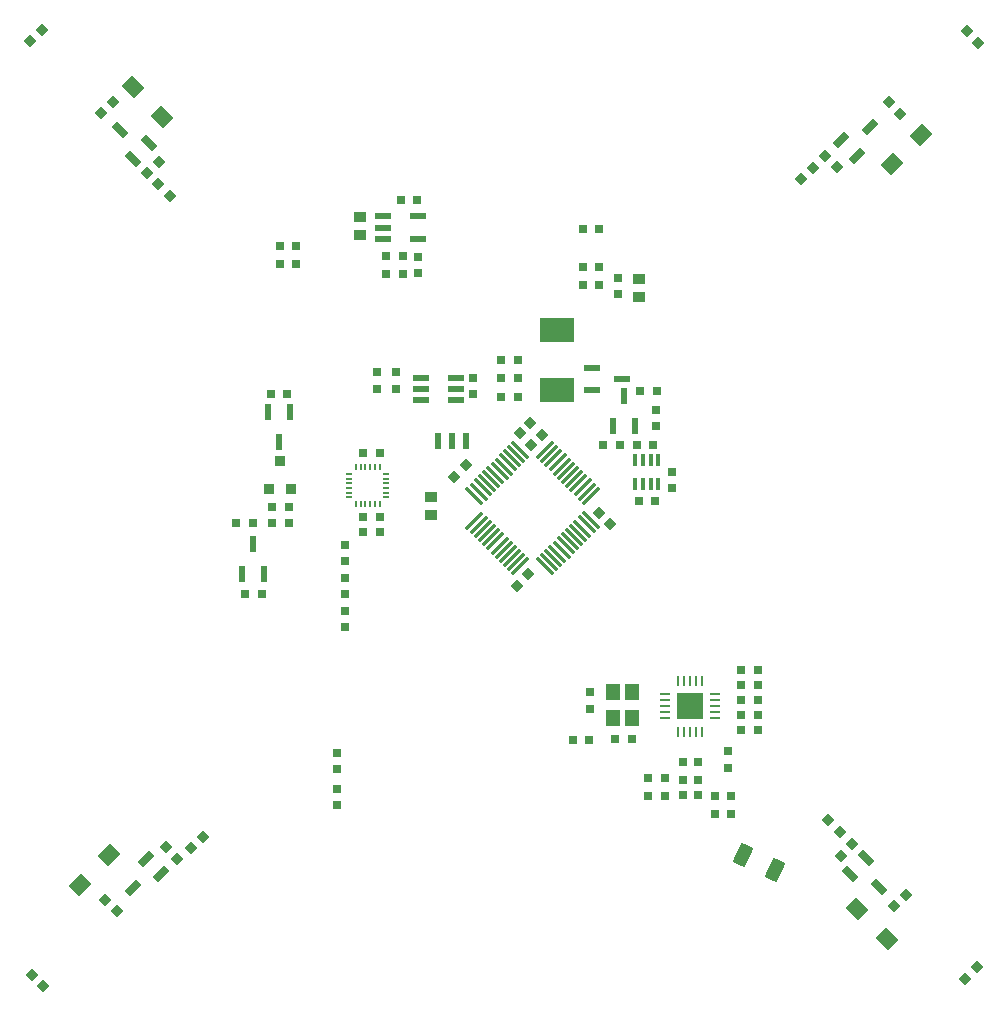
<source format=gtp>
G04 Layer_Color=8421504*
%FSLAX25Y25*%
%MOIN*%
G70*
G01*
G75*
%ADD14R,0.03000X0.03000*%
%ADD15R,0.03000X0.03000*%
%ADD16P,0.04243X4X180.0*%
%ADD17R,0.01378X0.03937*%
%ADD18R,0.01378X0.03937*%
%ADD19R,0.02362X0.05512*%
%ADD20R,0.05512X0.02362*%
%ADD21R,0.05512X0.02165*%
G04:AMPARAMS|DCode=22|XSize=11.81mil|YSize=82.68mil|CornerRadius=0mil|HoleSize=0mil|Usage=FLASHONLY|Rotation=315.000|XOffset=0mil|YOffset=0mil|HoleType=Round|Shape=Round|*
%AMOVALD22*
21,1,0.07087,0.01181,0.00000,0.00000,45.0*
1,1,0.01181,-0.02506,-0.02506*
1,1,0.01181,0.02506,0.02506*
%
%ADD22OVALD22*%

G04:AMPARAMS|DCode=23|XSize=11.81mil|YSize=82.68mil|CornerRadius=0mil|HoleSize=0mil|Usage=FLASHONLY|Rotation=45.000|XOffset=0mil|YOffset=0mil|HoleType=Round|Shape=Round|*
%AMOVALD23*
21,1,0.07087,0.01181,0.00000,0.00000,135.0*
1,1,0.01181,0.02506,-0.02506*
1,1,0.01181,-0.02506,0.02506*
%
%ADD23OVALD23*%

%ADD24R,0.02362X0.05709*%
%ADD25O,0.00800X0.02400*%
%ADD26O,0.02400X0.00800*%
G04:AMPARAMS|DCode=27|XSize=59.06mil|YSize=51.18mil|CornerRadius=0mil|HoleSize=0mil|Usage=FLASHONLY|Rotation=225.000|XOffset=0mil|YOffset=0mil|HoleType=Round|Shape=Rectangle|*
%AMROTATEDRECTD27*
4,1,4,0.00278,0.03897,0.03897,0.00278,-0.00278,-0.03897,-0.03897,-0.00278,0.00278,0.03897,0.0*
%
%ADD27ROTATEDRECTD27*%

G04:AMPARAMS|DCode=28|XSize=23.62mil|YSize=55.12mil|CornerRadius=0mil|HoleSize=0mil|Usage=FLASHONLY|Rotation=315.000|XOffset=0mil|YOffset=0mil|HoleType=Round|Shape=Rectangle|*
%AMROTATEDRECTD28*
4,1,4,-0.02784,-0.01114,0.01114,0.02784,0.02784,0.01114,-0.01114,-0.02784,-0.02784,-0.01114,0.0*
%
%ADD28ROTATEDRECTD28*%

%ADD29P,0.04243X4X90.0*%
%ADD30R,0.03543X0.03740*%
%ADD31R,0.03543X0.03740*%
%ADD32R,0.03858X0.03661*%
%ADD33R,0.11811X0.07874*%
G04:AMPARAMS|DCode=34|XSize=23.62mil|YSize=55.12mil|CornerRadius=0mil|HoleSize=0mil|Usage=FLASHONLY|Rotation=225.000|XOffset=0mil|YOffset=0mil|HoleType=Round|Shape=Rectangle|*
%AMROTATEDRECTD34*
4,1,4,-0.01114,0.02784,0.02784,-0.01114,0.01114,-0.02784,-0.02784,0.01114,-0.01114,0.02784,0.0*
%
%ADD34ROTATEDRECTD34*%

G04:AMPARAMS|DCode=35|XSize=59.06mil|YSize=51.18mil|CornerRadius=0mil|HoleSize=0mil|Usage=FLASHONLY|Rotation=315.000|XOffset=0mil|YOffset=0mil|HoleType=Round|Shape=Rectangle|*
%AMROTATEDRECTD35*
4,1,4,-0.03897,0.00278,-0.00278,0.03897,0.03897,-0.00278,0.00278,-0.03897,-0.03897,0.00278,0.0*
%
%ADD35ROTATEDRECTD35*%

G04:AMPARAMS|DCode=36|XSize=44.49mil|YSize=70.87mil|CornerRadius=0mil|HoleSize=0mil|Usage=FLASHONLY|Rotation=335.000|XOffset=0mil|YOffset=0mil|HoleType=Round|Shape=Rectangle|*
%AMROTATEDRECTD36*
4,1,4,-0.03514,-0.02271,-0.00519,0.04151,0.03514,0.02271,0.00519,-0.04151,-0.03514,-0.02271,0.0*
%
%ADD36ROTATEDRECTD36*%

%ADD37R,0.03000X0.02500*%
%ADD38R,0.02500X0.03000*%
%ADD39R,0.04528X0.05512*%
%ADD40R,0.08900X0.08900*%
%ADD41O,0.03937X0.00984*%
%ADD42O,0.00984X0.03937*%
D14*
X576894Y434150D02*
D03*
X576900Y439600D02*
D03*
X571494Y454750D02*
D03*
X571500Y460200D02*
D03*
X510694Y465550D02*
D03*
X510700Y471000D02*
D03*
X485006Y472750D02*
D03*
X485000Y467300D02*
D03*
X478506Y472750D02*
D03*
X478500Y467300D02*
D03*
X467994Y409750D02*
D03*
X468000Y415200D02*
D03*
X467994Y398750D02*
D03*
X468000Y404200D02*
D03*
X467994Y387750D02*
D03*
X468000Y393200D02*
D03*
X465406Y345950D02*
D03*
X465400Y340500D02*
D03*
X465394Y328450D02*
D03*
X465400Y333900D02*
D03*
X559006Y504250D02*
D03*
X559000Y498800D02*
D03*
X492356Y505750D02*
D03*
X492362Y511200D02*
D03*
X595500Y346500D02*
D03*
X595494Y341050D02*
D03*
X549494Y360682D02*
D03*
X549500Y366131D02*
D03*
D15*
X565850Y430006D02*
D03*
X571300Y430000D02*
D03*
X565250Y448494D02*
D03*
X570700Y448487D02*
D03*
X571800Y466494D02*
D03*
X566350Y466500D02*
D03*
X520050Y464506D02*
D03*
X525500Y464500D02*
D03*
X520050Y471006D02*
D03*
X525500Y471000D02*
D03*
Y477000D02*
D03*
X520050Y477006D02*
D03*
X479450Y445794D02*
D03*
X474000Y445800D02*
D03*
X479537Y424494D02*
D03*
X474087Y424500D02*
D03*
X474037Y419506D02*
D03*
X479487Y419500D02*
D03*
X434650Y398806D02*
D03*
X440100Y398800D02*
D03*
X443750Y422506D02*
D03*
X449200Y422500D02*
D03*
X431750Y422506D02*
D03*
X437200Y422500D02*
D03*
X443750Y428006D02*
D03*
X449200Y428000D02*
D03*
X443250Y465584D02*
D03*
X448700Y465578D02*
D03*
X552750Y501994D02*
D03*
X547300Y502000D02*
D03*
X547250Y508006D02*
D03*
X552700Y508000D02*
D03*
X547173Y520406D02*
D03*
X552623Y520400D02*
D03*
X486612Y530306D02*
D03*
X492062Y530300D02*
D03*
X487112Y505494D02*
D03*
X481662Y505500D02*
D03*
X487112Y511494D02*
D03*
X481662Y511500D02*
D03*
X446250Y509006D02*
D03*
X451700Y509000D02*
D03*
X451750Y514994D02*
D03*
X446300Y515000D02*
D03*
X600000Y373500D02*
D03*
X605450Y373494D02*
D03*
X599991Y368443D02*
D03*
X605441Y368437D02*
D03*
X599991Y363506D02*
D03*
X605441Y363500D02*
D03*
X599991Y358506D02*
D03*
X605441Y358500D02*
D03*
X605490Y353494D02*
D03*
X600040Y353500D02*
D03*
X596650Y331520D02*
D03*
X591200Y331526D02*
D03*
X596750Y325494D02*
D03*
X591300Y325500D02*
D03*
X569050Y337506D02*
D03*
X574500Y337500D02*
D03*
X569050Y331506D02*
D03*
X574500Y331500D02*
D03*
X558050Y350506D02*
D03*
X563500Y350500D02*
D03*
X549350Y350294D02*
D03*
X543900Y350300D02*
D03*
X554050Y448506D02*
D03*
X559500Y448500D02*
D03*
D16*
X552560Y425949D02*
D03*
X556409Y422091D02*
D03*
X533440Y452051D02*
D03*
X529591Y455909D02*
D03*
X529940Y448551D02*
D03*
X526091Y452409D02*
D03*
X363560Y271949D02*
D03*
X367409Y268091D02*
D03*
X388060Y296949D02*
D03*
X391909Y293091D02*
D03*
X411940Y310551D02*
D03*
X408091Y314409D02*
D03*
X678940Y582551D02*
D03*
X675091Y586409D02*
D03*
X653000Y559000D02*
D03*
X649151Y562858D02*
D03*
X628060Y544949D02*
D03*
X631909Y541091D02*
D03*
X409440Y531551D02*
D03*
X405591Y535409D02*
D03*
X629060Y323449D02*
D03*
X632909Y319591D02*
D03*
D17*
X564661Y435545D02*
D03*
X567220D02*
D03*
X569779D02*
D03*
X572339Y435545D02*
D03*
X564661Y443429D02*
D03*
X567220D02*
D03*
X569779D02*
D03*
D18*
X572339D02*
D03*
D19*
X557260Y455000D02*
D03*
X564741D02*
D03*
X561001Y464898D02*
D03*
X433460Y405500D02*
D03*
X440941D02*
D03*
X437201Y415398D02*
D03*
X449741Y459397D02*
D03*
X442260D02*
D03*
X446000Y449500D02*
D03*
D20*
X550201Y474240D02*
D03*
Y466759D02*
D03*
X560098Y470499D02*
D03*
D21*
X505000Y463560D02*
D03*
Y467300D02*
D03*
Y471040D02*
D03*
X493189D02*
D03*
Y467300D02*
D03*
Y463560D02*
D03*
X480457Y517260D02*
D03*
Y524740D02*
D03*
Y521000D02*
D03*
X492268Y524740D02*
D03*
Y517260D02*
D03*
D22*
X534612Y446923D02*
D03*
X536004Y445531D02*
D03*
X537396Y444139D02*
D03*
X538788Y442747D02*
D03*
X540180Y441355D02*
D03*
X541572Y439963D02*
D03*
X542964Y438572D02*
D03*
X544355Y437180D02*
D03*
X545747Y435788D02*
D03*
X547139Y434396D02*
D03*
X548531Y433004D02*
D03*
X549923Y431612D02*
D03*
X526388Y408077D02*
D03*
X524996Y409469D02*
D03*
X523604Y410861D02*
D03*
X522212Y412253D02*
D03*
X520820Y413645D02*
D03*
X519428Y415036D02*
D03*
X518037Y416429D02*
D03*
X516645Y417820D02*
D03*
X515253Y419212D02*
D03*
X513861Y420604D02*
D03*
X512469Y421996D02*
D03*
X511077Y423388D02*
D03*
D23*
X549853Y423459D02*
D03*
X548460Y422067D02*
D03*
X547069Y420675D02*
D03*
X545677Y419283D02*
D03*
X544285Y417891D02*
D03*
X542893Y416499D02*
D03*
X541501Y415107D02*
D03*
X540109Y413715D02*
D03*
X538717Y412323D02*
D03*
X537325Y410931D02*
D03*
X535933Y409540D02*
D03*
X534541Y408148D02*
D03*
X511077Y431612D02*
D03*
X512469Y433004D02*
D03*
X513861Y434396D02*
D03*
X515253Y435788D02*
D03*
X516645Y437180D02*
D03*
X518037Y438572D02*
D03*
X519428Y439963D02*
D03*
X520820Y441355D02*
D03*
X522212Y442747D02*
D03*
X523604Y444139D02*
D03*
X524996Y445531D02*
D03*
X526388Y446923D02*
D03*
D24*
X503500Y449900D02*
D03*
X508100D02*
D03*
X498900D02*
D03*
D25*
X471563Y428799D02*
D03*
X473138D02*
D03*
X474713D02*
D03*
X476287D02*
D03*
X477862D02*
D03*
X479437D02*
D03*
Y441201D02*
D03*
X477862D02*
D03*
X476287D02*
D03*
X474713D02*
D03*
X473138D02*
D03*
X471563D02*
D03*
D26*
X481701Y431063D02*
D03*
Y432638D02*
D03*
Y434213D02*
D03*
Y435787D02*
D03*
Y437362D02*
D03*
Y438937D02*
D03*
X469299D02*
D03*
Y437362D02*
D03*
Y435787D02*
D03*
Y434213D02*
D03*
Y432638D02*
D03*
Y431063D02*
D03*
D27*
X389400Y311936D02*
D03*
X379500Y302036D02*
D03*
X650101Y542100D02*
D03*
X660000Y552000D02*
D03*
D28*
X406740Y305391D02*
D03*
X401450Y310680D02*
D03*
X397096Y301037D02*
D03*
X633320Y550109D02*
D03*
X638610Y544820D02*
D03*
X642964Y554463D02*
D03*
D29*
X420449Y317940D02*
D03*
X416591Y314091D02*
D03*
X620051Y537060D02*
D03*
X623909Y540909D02*
D03*
X402051Y539151D02*
D03*
X405909Y543000D02*
D03*
X390500Y563000D02*
D03*
X386642Y559151D02*
D03*
X363051Y583060D02*
D03*
X366909Y586909D02*
D03*
X528949Y405440D02*
D03*
X525091Y401591D02*
D03*
X636949Y315440D02*
D03*
X633091Y311591D02*
D03*
X651051Y294808D02*
D03*
X654909Y298657D02*
D03*
X678449Y274440D02*
D03*
X674591Y270591D02*
D03*
X508249Y441740D02*
D03*
X504391Y437891D02*
D03*
D30*
X442510Y433874D02*
D03*
X446250Y443126D02*
D03*
D31*
X449990Y433874D02*
D03*
D32*
X565900Y503932D02*
D03*
Y497868D02*
D03*
X472962Y518569D02*
D03*
Y524632D02*
D03*
X496700Y425069D02*
D03*
Y431132D02*
D03*
D33*
X538500Y467000D02*
D03*
Y487000D02*
D03*
D34*
X397391Y543820D02*
D03*
X402680Y549110D02*
D03*
X393037Y553464D02*
D03*
X641609Y310927D02*
D03*
X636320Y305638D02*
D03*
X645963Y301284D02*
D03*
D35*
X638600Y293899D02*
D03*
X648500Y284000D02*
D03*
X407000Y558000D02*
D03*
X397100Y567900D02*
D03*
D36*
X611316Y307021D02*
D03*
X600683Y311979D02*
D03*
D37*
X585500Y343000D02*
D03*
X580500D02*
D03*
D38*
Y332000D02*
D03*
Y337000D02*
D03*
X585500Y332000D02*
D03*
Y337000D02*
D03*
D39*
X563500Y357500D02*
D03*
X557201Y366161D02*
D03*
X563500D02*
D03*
X557201Y357500D02*
D03*
D40*
X583000Y361500D02*
D03*
D41*
X591400Y365400D02*
D03*
Y363432D02*
D03*
Y361463D02*
D03*
Y359494D02*
D03*
Y357526D02*
D03*
X574526D02*
D03*
Y359494D02*
D03*
Y361463D02*
D03*
Y363432D02*
D03*
Y365400D02*
D03*
D42*
X586900Y353026D02*
D03*
X584932D02*
D03*
X582963D02*
D03*
X580995D02*
D03*
X579026D02*
D03*
Y369900D02*
D03*
X580995D02*
D03*
X582963D02*
D03*
X584932D02*
D03*
X586900D02*
D03*
M02*

</source>
